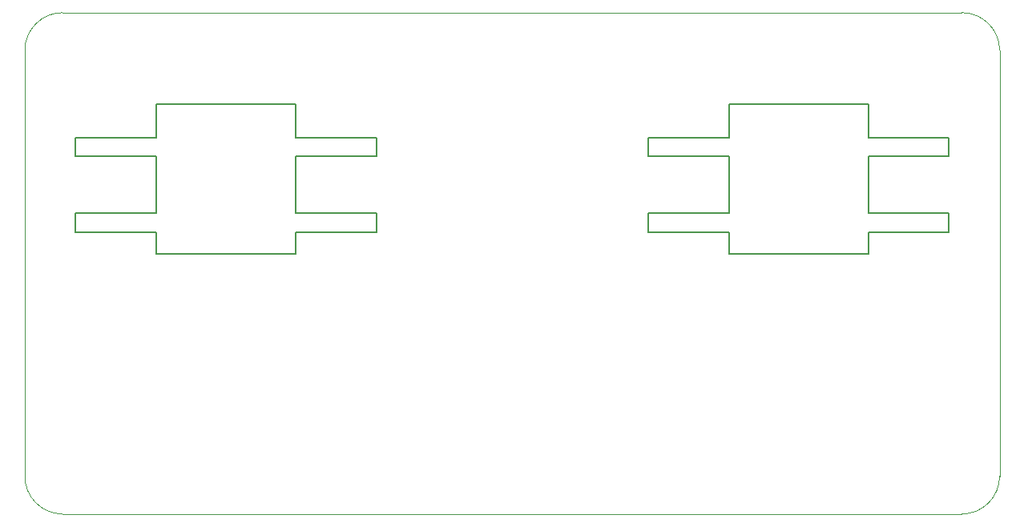
<source format=gbr>
%TF.GenerationSoftware,KiCad,Pcbnew,5.1.10-88a1d61d58~90~ubuntu20.04.1*%
%TF.CreationDate,2021-09-29T12:00:18-03:00*%
%TF.ProjectId,RearPanel,52656172-5061-46e6-956c-2e6b69636164,rev?*%
%TF.SameCoordinates,Original*%
%TF.FileFunction,Profile,NP*%
%FSLAX46Y46*%
G04 Gerber Fmt 4.6, Leading zero omitted, Abs format (unit mm)*
G04 Created by KiCad (PCBNEW 5.1.10-88a1d61d58~90~ubuntu20.04.1) date 2021-09-29 12:00:18*
%MOMM*%
%LPD*%
G01*
G04 APERTURE LIST*
%TA.AperFunction,Profile*%
%ADD10C,0.150000*%
%TD*%
%TA.AperFunction,Profile*%
%ADD11C,0.100000*%
%TD*%
G04 APERTURE END LIST*
D10*
X155127240Y-72560840D02*
X140427240Y-72560840D01*
X155127240Y-76050840D02*
X155127240Y-72560840D01*
X163677240Y-76050840D02*
X155127240Y-76050840D01*
X163677240Y-78050840D02*
X163677240Y-76050840D01*
X155127240Y-78050840D02*
X163677240Y-78050840D01*
X155127240Y-84050840D02*
X155127240Y-78050840D01*
X163677240Y-84050840D02*
X155127240Y-84050840D01*
X163677240Y-86050840D02*
X163677240Y-84050840D01*
X155127240Y-86050840D02*
X163677240Y-86050840D01*
X155127240Y-88360840D02*
X155127240Y-86050840D01*
X140427240Y-88360840D02*
X155127240Y-88360840D01*
X140427240Y-86050840D02*
X140427240Y-88360840D01*
X131877240Y-86050840D02*
X140427240Y-86050840D01*
X131877240Y-84050840D02*
X131877240Y-86050840D01*
X140427240Y-84050840D02*
X131877240Y-84050840D01*
X140427240Y-78050840D02*
X140427240Y-84050840D01*
X131877240Y-78050840D02*
X140427240Y-78050840D01*
X131877240Y-76050840D02*
X131877240Y-78050840D01*
X140427240Y-76050840D02*
X131877240Y-76050840D01*
X79917240Y-72560840D02*
X79917240Y-76050840D01*
X94617240Y-72560840D02*
X79917240Y-72560840D01*
X94617240Y-76050840D02*
X94617240Y-72560840D01*
X103167240Y-76050840D02*
X94617240Y-76050840D01*
X103167240Y-78050840D02*
X103167240Y-76050840D01*
X94617240Y-78050840D02*
X103167240Y-78050840D01*
X94617240Y-84050840D02*
X94617240Y-78050840D01*
X103167240Y-84050840D02*
X94617240Y-84050840D01*
X103167240Y-86050840D02*
X103167240Y-84050840D01*
X94617240Y-86050840D02*
X103167240Y-86050840D01*
X94617240Y-88360840D02*
X94617240Y-86050840D01*
X79917240Y-88360840D02*
X94617240Y-88360840D01*
X79917240Y-86050840D02*
X79917240Y-88360840D01*
X71367240Y-86050840D02*
X79917240Y-86050840D01*
X71367240Y-84050840D02*
X71367240Y-86050840D01*
X79917240Y-84050840D02*
X71367240Y-84050840D01*
X79917240Y-78050840D02*
X79917240Y-84050840D01*
X71367240Y-78050840D02*
X79917240Y-78050840D01*
X71367240Y-78050840D02*
X71367240Y-76050840D01*
X140427240Y-76050840D02*
X140427240Y-72560840D01*
X71367240Y-76050840D02*
X79917240Y-76050840D01*
D11*
X70008758Y-115858040D02*
X165028758Y-115858040D01*
X66018758Y-111868040D02*
G75*
G03*
X70008758Y-115858040I3990000J0D01*
G01*
X165028758Y-115858040D02*
G75*
G03*
X169018758Y-111868040I0J3990000D01*
G01*
X66018758Y-108568040D02*
X66018758Y-106968040D01*
X66018758Y-66848040D02*
X66018758Y-111868040D01*
X169018758Y-111868040D02*
X169018758Y-66848040D01*
X169018758Y-66848040D02*
G75*
G03*
X165028758Y-62858040I-3990000J0D01*
G01*
X70008758Y-62858040D02*
G75*
G03*
X66018758Y-66848040I0J-3990000D01*
G01*
X165028758Y-62858040D02*
X70008758Y-62858040D01*
M02*

</source>
